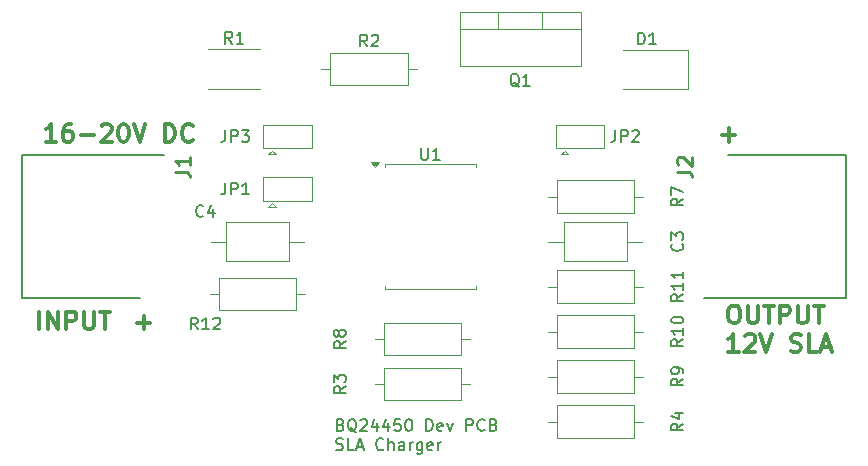
<source format=gbr>
%TF.GenerationSoftware,KiCad,Pcbnew,8.0.0*%
%TF.CreationDate,2024-03-03T11:21:46+11:00*%
%TF.ProjectId,BatteryCharger,42617474-6572-4794-9368-61726765722e,rev?*%
%TF.SameCoordinates,Original*%
%TF.FileFunction,Legend,Top*%
%TF.FilePolarity,Positive*%
%FSLAX46Y46*%
G04 Gerber Fmt 4.6, Leading zero omitted, Abs format (unit mm)*
G04 Created by KiCad (PCBNEW 8.0.0) date 2024-03-03 11:21:46*
%MOMM*%
%LPD*%
G01*
G04 APERTURE LIST*
%ADD10C,0.300000*%
%ADD11C,0.150000*%
%ADD12C,0.254000*%
%ADD13C,0.120000*%
%ADD14C,0.200000*%
G04 APERTURE END LIST*
D10*
X103424510Y-111624400D02*
X104567368Y-111624400D01*
X103995939Y-112195828D02*
X103995939Y-111052971D01*
X95169510Y-112195828D02*
X95169510Y-110695828D01*
X95883796Y-112195828D02*
X95883796Y-110695828D01*
X95883796Y-110695828D02*
X96740939Y-112195828D01*
X96740939Y-112195828D02*
X96740939Y-110695828D01*
X97455225Y-112195828D02*
X97455225Y-110695828D01*
X97455225Y-110695828D02*
X98026654Y-110695828D01*
X98026654Y-110695828D02*
X98169511Y-110767257D01*
X98169511Y-110767257D02*
X98240940Y-110838685D01*
X98240940Y-110838685D02*
X98312368Y-110981542D01*
X98312368Y-110981542D02*
X98312368Y-111195828D01*
X98312368Y-111195828D02*
X98240940Y-111338685D01*
X98240940Y-111338685D02*
X98169511Y-111410114D01*
X98169511Y-111410114D02*
X98026654Y-111481542D01*
X98026654Y-111481542D02*
X97455225Y-111481542D01*
X98955225Y-110695828D02*
X98955225Y-111910114D01*
X98955225Y-111910114D02*
X99026654Y-112052971D01*
X99026654Y-112052971D02*
X99098083Y-112124400D01*
X99098083Y-112124400D02*
X99240940Y-112195828D01*
X99240940Y-112195828D02*
X99526654Y-112195828D01*
X99526654Y-112195828D02*
X99669511Y-112124400D01*
X99669511Y-112124400D02*
X99740940Y-112052971D01*
X99740940Y-112052971D02*
X99812368Y-111910114D01*
X99812368Y-111910114D02*
X99812368Y-110695828D01*
X100312369Y-110695828D02*
X101169512Y-110695828D01*
X100740940Y-112195828D02*
X100740940Y-110695828D01*
X152954510Y-95749400D02*
X154097368Y-95749400D01*
X153525939Y-96320828D02*
X153525939Y-95177971D01*
D11*
X120685112Y-120291065D02*
X120827969Y-120338684D01*
X120827969Y-120338684D02*
X120875588Y-120386303D01*
X120875588Y-120386303D02*
X120923207Y-120481541D01*
X120923207Y-120481541D02*
X120923207Y-120624398D01*
X120923207Y-120624398D02*
X120875588Y-120719636D01*
X120875588Y-120719636D02*
X120827969Y-120767256D01*
X120827969Y-120767256D02*
X120732731Y-120814875D01*
X120732731Y-120814875D02*
X120351779Y-120814875D01*
X120351779Y-120814875D02*
X120351779Y-119814875D01*
X120351779Y-119814875D02*
X120685112Y-119814875D01*
X120685112Y-119814875D02*
X120780350Y-119862494D01*
X120780350Y-119862494D02*
X120827969Y-119910113D01*
X120827969Y-119910113D02*
X120875588Y-120005351D01*
X120875588Y-120005351D02*
X120875588Y-120100589D01*
X120875588Y-120100589D02*
X120827969Y-120195827D01*
X120827969Y-120195827D02*
X120780350Y-120243446D01*
X120780350Y-120243446D02*
X120685112Y-120291065D01*
X120685112Y-120291065D02*
X120351779Y-120291065D01*
X122018445Y-120910113D02*
X121923207Y-120862494D01*
X121923207Y-120862494D02*
X121827969Y-120767256D01*
X121827969Y-120767256D02*
X121685112Y-120624398D01*
X121685112Y-120624398D02*
X121589874Y-120576779D01*
X121589874Y-120576779D02*
X121494636Y-120576779D01*
X121542255Y-120814875D02*
X121447017Y-120767256D01*
X121447017Y-120767256D02*
X121351779Y-120672017D01*
X121351779Y-120672017D02*
X121304160Y-120481541D01*
X121304160Y-120481541D02*
X121304160Y-120148208D01*
X121304160Y-120148208D02*
X121351779Y-119957732D01*
X121351779Y-119957732D02*
X121447017Y-119862494D01*
X121447017Y-119862494D02*
X121542255Y-119814875D01*
X121542255Y-119814875D02*
X121732731Y-119814875D01*
X121732731Y-119814875D02*
X121827969Y-119862494D01*
X121827969Y-119862494D02*
X121923207Y-119957732D01*
X121923207Y-119957732D02*
X121970826Y-120148208D01*
X121970826Y-120148208D02*
X121970826Y-120481541D01*
X121970826Y-120481541D02*
X121923207Y-120672017D01*
X121923207Y-120672017D02*
X121827969Y-120767256D01*
X121827969Y-120767256D02*
X121732731Y-120814875D01*
X121732731Y-120814875D02*
X121542255Y-120814875D01*
X122351779Y-119910113D02*
X122399398Y-119862494D01*
X122399398Y-119862494D02*
X122494636Y-119814875D01*
X122494636Y-119814875D02*
X122732731Y-119814875D01*
X122732731Y-119814875D02*
X122827969Y-119862494D01*
X122827969Y-119862494D02*
X122875588Y-119910113D01*
X122875588Y-119910113D02*
X122923207Y-120005351D01*
X122923207Y-120005351D02*
X122923207Y-120100589D01*
X122923207Y-120100589D02*
X122875588Y-120243446D01*
X122875588Y-120243446D02*
X122304160Y-120814875D01*
X122304160Y-120814875D02*
X122923207Y-120814875D01*
X123780350Y-120148208D02*
X123780350Y-120814875D01*
X123542255Y-119767256D02*
X123304160Y-120481541D01*
X123304160Y-120481541D02*
X123923207Y-120481541D01*
X124732731Y-120148208D02*
X124732731Y-120814875D01*
X124494636Y-119767256D02*
X124256541Y-120481541D01*
X124256541Y-120481541D02*
X124875588Y-120481541D01*
X125732731Y-119814875D02*
X125256541Y-119814875D01*
X125256541Y-119814875D02*
X125208922Y-120291065D01*
X125208922Y-120291065D02*
X125256541Y-120243446D01*
X125256541Y-120243446D02*
X125351779Y-120195827D01*
X125351779Y-120195827D02*
X125589874Y-120195827D01*
X125589874Y-120195827D02*
X125685112Y-120243446D01*
X125685112Y-120243446D02*
X125732731Y-120291065D01*
X125732731Y-120291065D02*
X125780350Y-120386303D01*
X125780350Y-120386303D02*
X125780350Y-120624398D01*
X125780350Y-120624398D02*
X125732731Y-120719636D01*
X125732731Y-120719636D02*
X125685112Y-120767256D01*
X125685112Y-120767256D02*
X125589874Y-120814875D01*
X125589874Y-120814875D02*
X125351779Y-120814875D01*
X125351779Y-120814875D02*
X125256541Y-120767256D01*
X125256541Y-120767256D02*
X125208922Y-120719636D01*
X126399398Y-119814875D02*
X126494636Y-119814875D01*
X126494636Y-119814875D02*
X126589874Y-119862494D01*
X126589874Y-119862494D02*
X126637493Y-119910113D01*
X126637493Y-119910113D02*
X126685112Y-120005351D01*
X126685112Y-120005351D02*
X126732731Y-120195827D01*
X126732731Y-120195827D02*
X126732731Y-120433922D01*
X126732731Y-120433922D02*
X126685112Y-120624398D01*
X126685112Y-120624398D02*
X126637493Y-120719636D01*
X126637493Y-120719636D02*
X126589874Y-120767256D01*
X126589874Y-120767256D02*
X126494636Y-120814875D01*
X126494636Y-120814875D02*
X126399398Y-120814875D01*
X126399398Y-120814875D02*
X126304160Y-120767256D01*
X126304160Y-120767256D02*
X126256541Y-120719636D01*
X126256541Y-120719636D02*
X126208922Y-120624398D01*
X126208922Y-120624398D02*
X126161303Y-120433922D01*
X126161303Y-120433922D02*
X126161303Y-120195827D01*
X126161303Y-120195827D02*
X126208922Y-120005351D01*
X126208922Y-120005351D02*
X126256541Y-119910113D01*
X126256541Y-119910113D02*
X126304160Y-119862494D01*
X126304160Y-119862494D02*
X126399398Y-119814875D01*
X127923208Y-120814875D02*
X127923208Y-119814875D01*
X127923208Y-119814875D02*
X128161303Y-119814875D01*
X128161303Y-119814875D02*
X128304160Y-119862494D01*
X128304160Y-119862494D02*
X128399398Y-119957732D01*
X128399398Y-119957732D02*
X128447017Y-120052970D01*
X128447017Y-120052970D02*
X128494636Y-120243446D01*
X128494636Y-120243446D02*
X128494636Y-120386303D01*
X128494636Y-120386303D02*
X128447017Y-120576779D01*
X128447017Y-120576779D02*
X128399398Y-120672017D01*
X128399398Y-120672017D02*
X128304160Y-120767256D01*
X128304160Y-120767256D02*
X128161303Y-120814875D01*
X128161303Y-120814875D02*
X127923208Y-120814875D01*
X129304160Y-120767256D02*
X129208922Y-120814875D01*
X129208922Y-120814875D02*
X129018446Y-120814875D01*
X129018446Y-120814875D02*
X128923208Y-120767256D01*
X128923208Y-120767256D02*
X128875589Y-120672017D01*
X128875589Y-120672017D02*
X128875589Y-120291065D01*
X128875589Y-120291065D02*
X128923208Y-120195827D01*
X128923208Y-120195827D02*
X129018446Y-120148208D01*
X129018446Y-120148208D02*
X129208922Y-120148208D01*
X129208922Y-120148208D02*
X129304160Y-120195827D01*
X129304160Y-120195827D02*
X129351779Y-120291065D01*
X129351779Y-120291065D02*
X129351779Y-120386303D01*
X129351779Y-120386303D02*
X128875589Y-120481541D01*
X129685113Y-120148208D02*
X129923208Y-120814875D01*
X129923208Y-120814875D02*
X130161303Y-120148208D01*
X131304161Y-120814875D02*
X131304161Y-119814875D01*
X131304161Y-119814875D02*
X131685113Y-119814875D01*
X131685113Y-119814875D02*
X131780351Y-119862494D01*
X131780351Y-119862494D02*
X131827970Y-119910113D01*
X131827970Y-119910113D02*
X131875589Y-120005351D01*
X131875589Y-120005351D02*
X131875589Y-120148208D01*
X131875589Y-120148208D02*
X131827970Y-120243446D01*
X131827970Y-120243446D02*
X131780351Y-120291065D01*
X131780351Y-120291065D02*
X131685113Y-120338684D01*
X131685113Y-120338684D02*
X131304161Y-120338684D01*
X132875589Y-120719636D02*
X132827970Y-120767256D01*
X132827970Y-120767256D02*
X132685113Y-120814875D01*
X132685113Y-120814875D02*
X132589875Y-120814875D01*
X132589875Y-120814875D02*
X132447018Y-120767256D01*
X132447018Y-120767256D02*
X132351780Y-120672017D01*
X132351780Y-120672017D02*
X132304161Y-120576779D01*
X132304161Y-120576779D02*
X132256542Y-120386303D01*
X132256542Y-120386303D02*
X132256542Y-120243446D01*
X132256542Y-120243446D02*
X132304161Y-120052970D01*
X132304161Y-120052970D02*
X132351780Y-119957732D01*
X132351780Y-119957732D02*
X132447018Y-119862494D01*
X132447018Y-119862494D02*
X132589875Y-119814875D01*
X132589875Y-119814875D02*
X132685113Y-119814875D01*
X132685113Y-119814875D02*
X132827970Y-119862494D01*
X132827970Y-119862494D02*
X132875589Y-119910113D01*
X133637494Y-120291065D02*
X133780351Y-120338684D01*
X133780351Y-120338684D02*
X133827970Y-120386303D01*
X133827970Y-120386303D02*
X133875589Y-120481541D01*
X133875589Y-120481541D02*
X133875589Y-120624398D01*
X133875589Y-120624398D02*
X133827970Y-120719636D01*
X133827970Y-120719636D02*
X133780351Y-120767256D01*
X133780351Y-120767256D02*
X133685113Y-120814875D01*
X133685113Y-120814875D02*
X133304161Y-120814875D01*
X133304161Y-120814875D02*
X133304161Y-119814875D01*
X133304161Y-119814875D02*
X133637494Y-119814875D01*
X133637494Y-119814875D02*
X133732732Y-119862494D01*
X133732732Y-119862494D02*
X133780351Y-119910113D01*
X133780351Y-119910113D02*
X133827970Y-120005351D01*
X133827970Y-120005351D02*
X133827970Y-120100589D01*
X133827970Y-120100589D02*
X133780351Y-120195827D01*
X133780351Y-120195827D02*
X133732732Y-120243446D01*
X133732732Y-120243446D02*
X133637494Y-120291065D01*
X133637494Y-120291065D02*
X133304161Y-120291065D01*
X120304160Y-122377200D02*
X120447017Y-122424819D01*
X120447017Y-122424819D02*
X120685112Y-122424819D01*
X120685112Y-122424819D02*
X120780350Y-122377200D01*
X120780350Y-122377200D02*
X120827969Y-122329580D01*
X120827969Y-122329580D02*
X120875588Y-122234342D01*
X120875588Y-122234342D02*
X120875588Y-122139104D01*
X120875588Y-122139104D02*
X120827969Y-122043866D01*
X120827969Y-122043866D02*
X120780350Y-121996247D01*
X120780350Y-121996247D02*
X120685112Y-121948628D01*
X120685112Y-121948628D02*
X120494636Y-121901009D01*
X120494636Y-121901009D02*
X120399398Y-121853390D01*
X120399398Y-121853390D02*
X120351779Y-121805771D01*
X120351779Y-121805771D02*
X120304160Y-121710533D01*
X120304160Y-121710533D02*
X120304160Y-121615295D01*
X120304160Y-121615295D02*
X120351779Y-121520057D01*
X120351779Y-121520057D02*
X120399398Y-121472438D01*
X120399398Y-121472438D02*
X120494636Y-121424819D01*
X120494636Y-121424819D02*
X120732731Y-121424819D01*
X120732731Y-121424819D02*
X120875588Y-121472438D01*
X121780350Y-122424819D02*
X121304160Y-122424819D01*
X121304160Y-122424819D02*
X121304160Y-121424819D01*
X122066065Y-122139104D02*
X122542255Y-122139104D01*
X121970827Y-122424819D02*
X122304160Y-121424819D01*
X122304160Y-121424819D02*
X122637493Y-122424819D01*
X124304160Y-122329580D02*
X124256541Y-122377200D01*
X124256541Y-122377200D02*
X124113684Y-122424819D01*
X124113684Y-122424819D02*
X124018446Y-122424819D01*
X124018446Y-122424819D02*
X123875589Y-122377200D01*
X123875589Y-122377200D02*
X123780351Y-122281961D01*
X123780351Y-122281961D02*
X123732732Y-122186723D01*
X123732732Y-122186723D02*
X123685113Y-121996247D01*
X123685113Y-121996247D02*
X123685113Y-121853390D01*
X123685113Y-121853390D02*
X123732732Y-121662914D01*
X123732732Y-121662914D02*
X123780351Y-121567676D01*
X123780351Y-121567676D02*
X123875589Y-121472438D01*
X123875589Y-121472438D02*
X124018446Y-121424819D01*
X124018446Y-121424819D02*
X124113684Y-121424819D01*
X124113684Y-121424819D02*
X124256541Y-121472438D01*
X124256541Y-121472438D02*
X124304160Y-121520057D01*
X124732732Y-122424819D02*
X124732732Y-121424819D01*
X125161303Y-122424819D02*
X125161303Y-121901009D01*
X125161303Y-121901009D02*
X125113684Y-121805771D01*
X125113684Y-121805771D02*
X125018446Y-121758152D01*
X125018446Y-121758152D02*
X124875589Y-121758152D01*
X124875589Y-121758152D02*
X124780351Y-121805771D01*
X124780351Y-121805771D02*
X124732732Y-121853390D01*
X126066065Y-122424819D02*
X126066065Y-121901009D01*
X126066065Y-121901009D02*
X126018446Y-121805771D01*
X126018446Y-121805771D02*
X125923208Y-121758152D01*
X125923208Y-121758152D02*
X125732732Y-121758152D01*
X125732732Y-121758152D02*
X125637494Y-121805771D01*
X126066065Y-122377200D02*
X125970827Y-122424819D01*
X125970827Y-122424819D02*
X125732732Y-122424819D01*
X125732732Y-122424819D02*
X125637494Y-122377200D01*
X125637494Y-122377200D02*
X125589875Y-122281961D01*
X125589875Y-122281961D02*
X125589875Y-122186723D01*
X125589875Y-122186723D02*
X125637494Y-122091485D01*
X125637494Y-122091485D02*
X125732732Y-122043866D01*
X125732732Y-122043866D02*
X125970827Y-122043866D01*
X125970827Y-122043866D02*
X126066065Y-121996247D01*
X126542256Y-122424819D02*
X126542256Y-121758152D01*
X126542256Y-121948628D02*
X126589875Y-121853390D01*
X126589875Y-121853390D02*
X126637494Y-121805771D01*
X126637494Y-121805771D02*
X126732732Y-121758152D01*
X126732732Y-121758152D02*
X126827970Y-121758152D01*
X127589875Y-121758152D02*
X127589875Y-122567676D01*
X127589875Y-122567676D02*
X127542256Y-122662914D01*
X127542256Y-122662914D02*
X127494637Y-122710533D01*
X127494637Y-122710533D02*
X127399399Y-122758152D01*
X127399399Y-122758152D02*
X127256542Y-122758152D01*
X127256542Y-122758152D02*
X127161304Y-122710533D01*
X127589875Y-122377200D02*
X127494637Y-122424819D01*
X127494637Y-122424819D02*
X127304161Y-122424819D01*
X127304161Y-122424819D02*
X127208923Y-122377200D01*
X127208923Y-122377200D02*
X127161304Y-122329580D01*
X127161304Y-122329580D02*
X127113685Y-122234342D01*
X127113685Y-122234342D02*
X127113685Y-121948628D01*
X127113685Y-121948628D02*
X127161304Y-121853390D01*
X127161304Y-121853390D02*
X127208923Y-121805771D01*
X127208923Y-121805771D02*
X127304161Y-121758152D01*
X127304161Y-121758152D02*
X127494637Y-121758152D01*
X127494637Y-121758152D02*
X127589875Y-121805771D01*
X128447018Y-122377200D02*
X128351780Y-122424819D01*
X128351780Y-122424819D02*
X128161304Y-122424819D01*
X128161304Y-122424819D02*
X128066066Y-122377200D01*
X128066066Y-122377200D02*
X128018447Y-122281961D01*
X128018447Y-122281961D02*
X128018447Y-121901009D01*
X128018447Y-121901009D02*
X128066066Y-121805771D01*
X128066066Y-121805771D02*
X128161304Y-121758152D01*
X128161304Y-121758152D02*
X128351780Y-121758152D01*
X128351780Y-121758152D02*
X128447018Y-121805771D01*
X128447018Y-121805771D02*
X128494637Y-121901009D01*
X128494637Y-121901009D02*
X128494637Y-121996247D01*
X128494637Y-121996247D02*
X128018447Y-122091485D01*
X128923209Y-122424819D02*
X128923209Y-121758152D01*
X128923209Y-121948628D02*
X128970828Y-121853390D01*
X128970828Y-121853390D02*
X129018447Y-121805771D01*
X129018447Y-121805771D02*
X129113685Y-121758152D01*
X129113685Y-121758152D02*
X129208923Y-121758152D01*
D10*
X96590225Y-96320828D02*
X95733082Y-96320828D01*
X96161653Y-96320828D02*
X96161653Y-94820828D01*
X96161653Y-94820828D02*
X96018796Y-95035114D01*
X96018796Y-95035114D02*
X95875939Y-95177971D01*
X95875939Y-95177971D02*
X95733082Y-95249400D01*
X97875939Y-94820828D02*
X97590224Y-94820828D01*
X97590224Y-94820828D02*
X97447367Y-94892257D01*
X97447367Y-94892257D02*
X97375939Y-94963685D01*
X97375939Y-94963685D02*
X97233081Y-95177971D01*
X97233081Y-95177971D02*
X97161653Y-95463685D01*
X97161653Y-95463685D02*
X97161653Y-96035114D01*
X97161653Y-96035114D02*
X97233081Y-96177971D01*
X97233081Y-96177971D02*
X97304510Y-96249400D01*
X97304510Y-96249400D02*
X97447367Y-96320828D01*
X97447367Y-96320828D02*
X97733081Y-96320828D01*
X97733081Y-96320828D02*
X97875939Y-96249400D01*
X97875939Y-96249400D02*
X97947367Y-96177971D01*
X97947367Y-96177971D02*
X98018796Y-96035114D01*
X98018796Y-96035114D02*
X98018796Y-95677971D01*
X98018796Y-95677971D02*
X97947367Y-95535114D01*
X97947367Y-95535114D02*
X97875939Y-95463685D01*
X97875939Y-95463685D02*
X97733081Y-95392257D01*
X97733081Y-95392257D02*
X97447367Y-95392257D01*
X97447367Y-95392257D02*
X97304510Y-95463685D01*
X97304510Y-95463685D02*
X97233081Y-95535114D01*
X97233081Y-95535114D02*
X97161653Y-95677971D01*
X98661652Y-95749400D02*
X99804510Y-95749400D01*
X100447367Y-94963685D02*
X100518795Y-94892257D01*
X100518795Y-94892257D02*
X100661653Y-94820828D01*
X100661653Y-94820828D02*
X101018795Y-94820828D01*
X101018795Y-94820828D02*
X101161653Y-94892257D01*
X101161653Y-94892257D02*
X101233081Y-94963685D01*
X101233081Y-94963685D02*
X101304510Y-95106542D01*
X101304510Y-95106542D02*
X101304510Y-95249400D01*
X101304510Y-95249400D02*
X101233081Y-95463685D01*
X101233081Y-95463685D02*
X100375938Y-96320828D01*
X100375938Y-96320828D02*
X101304510Y-96320828D01*
X102233081Y-94820828D02*
X102375938Y-94820828D01*
X102375938Y-94820828D02*
X102518795Y-94892257D01*
X102518795Y-94892257D02*
X102590224Y-94963685D01*
X102590224Y-94963685D02*
X102661652Y-95106542D01*
X102661652Y-95106542D02*
X102733081Y-95392257D01*
X102733081Y-95392257D02*
X102733081Y-95749400D01*
X102733081Y-95749400D02*
X102661652Y-96035114D01*
X102661652Y-96035114D02*
X102590224Y-96177971D01*
X102590224Y-96177971D02*
X102518795Y-96249400D01*
X102518795Y-96249400D02*
X102375938Y-96320828D01*
X102375938Y-96320828D02*
X102233081Y-96320828D01*
X102233081Y-96320828D02*
X102090224Y-96249400D01*
X102090224Y-96249400D02*
X102018795Y-96177971D01*
X102018795Y-96177971D02*
X101947366Y-96035114D01*
X101947366Y-96035114D02*
X101875938Y-95749400D01*
X101875938Y-95749400D02*
X101875938Y-95392257D01*
X101875938Y-95392257D02*
X101947366Y-95106542D01*
X101947366Y-95106542D02*
X102018795Y-94963685D01*
X102018795Y-94963685D02*
X102090224Y-94892257D01*
X102090224Y-94892257D02*
X102233081Y-94820828D01*
X103161652Y-94820828D02*
X103661652Y-96320828D01*
X103661652Y-96320828D02*
X104161652Y-94820828D01*
X105804508Y-96320828D02*
X105804508Y-94820828D01*
X105804508Y-94820828D02*
X106161651Y-94820828D01*
X106161651Y-94820828D02*
X106375937Y-94892257D01*
X106375937Y-94892257D02*
X106518794Y-95035114D01*
X106518794Y-95035114D02*
X106590223Y-95177971D01*
X106590223Y-95177971D02*
X106661651Y-95463685D01*
X106661651Y-95463685D02*
X106661651Y-95677971D01*
X106661651Y-95677971D02*
X106590223Y-95963685D01*
X106590223Y-95963685D02*
X106518794Y-96106542D01*
X106518794Y-96106542D02*
X106375937Y-96249400D01*
X106375937Y-96249400D02*
X106161651Y-96320828D01*
X106161651Y-96320828D02*
X105804508Y-96320828D01*
X108161651Y-96177971D02*
X108090223Y-96249400D01*
X108090223Y-96249400D02*
X107875937Y-96320828D01*
X107875937Y-96320828D02*
X107733080Y-96320828D01*
X107733080Y-96320828D02*
X107518794Y-96249400D01*
X107518794Y-96249400D02*
X107375937Y-96106542D01*
X107375937Y-96106542D02*
X107304508Y-95963685D01*
X107304508Y-95963685D02*
X107233080Y-95677971D01*
X107233080Y-95677971D02*
X107233080Y-95463685D01*
X107233080Y-95463685D02*
X107304508Y-95177971D01*
X107304508Y-95177971D02*
X107375937Y-95035114D01*
X107375937Y-95035114D02*
X107518794Y-94892257D01*
X107518794Y-94892257D02*
X107733080Y-94820828D01*
X107733080Y-94820828D02*
X107875937Y-94820828D01*
X107875937Y-94820828D02*
X108090223Y-94892257D01*
X108090223Y-94892257D02*
X108161651Y-94963685D01*
X153875225Y-110185912D02*
X154160939Y-110185912D01*
X154160939Y-110185912D02*
X154303796Y-110257341D01*
X154303796Y-110257341D02*
X154446653Y-110400198D01*
X154446653Y-110400198D02*
X154518082Y-110685912D01*
X154518082Y-110685912D02*
X154518082Y-111185912D01*
X154518082Y-111185912D02*
X154446653Y-111471626D01*
X154446653Y-111471626D02*
X154303796Y-111614484D01*
X154303796Y-111614484D02*
X154160939Y-111685912D01*
X154160939Y-111685912D02*
X153875225Y-111685912D01*
X153875225Y-111685912D02*
X153732368Y-111614484D01*
X153732368Y-111614484D02*
X153589510Y-111471626D01*
X153589510Y-111471626D02*
X153518082Y-111185912D01*
X153518082Y-111185912D02*
X153518082Y-110685912D01*
X153518082Y-110685912D02*
X153589510Y-110400198D01*
X153589510Y-110400198D02*
X153732368Y-110257341D01*
X153732368Y-110257341D02*
X153875225Y-110185912D01*
X155160939Y-110185912D02*
X155160939Y-111400198D01*
X155160939Y-111400198D02*
X155232368Y-111543055D01*
X155232368Y-111543055D02*
X155303797Y-111614484D01*
X155303797Y-111614484D02*
X155446654Y-111685912D01*
X155446654Y-111685912D02*
X155732368Y-111685912D01*
X155732368Y-111685912D02*
X155875225Y-111614484D01*
X155875225Y-111614484D02*
X155946654Y-111543055D01*
X155946654Y-111543055D02*
X156018082Y-111400198D01*
X156018082Y-111400198D02*
X156018082Y-110185912D01*
X156518083Y-110185912D02*
X157375226Y-110185912D01*
X156946654Y-111685912D02*
X156946654Y-110185912D01*
X157875225Y-111685912D02*
X157875225Y-110185912D01*
X157875225Y-110185912D02*
X158446654Y-110185912D01*
X158446654Y-110185912D02*
X158589511Y-110257341D01*
X158589511Y-110257341D02*
X158660940Y-110328769D01*
X158660940Y-110328769D02*
X158732368Y-110471626D01*
X158732368Y-110471626D02*
X158732368Y-110685912D01*
X158732368Y-110685912D02*
X158660940Y-110828769D01*
X158660940Y-110828769D02*
X158589511Y-110900198D01*
X158589511Y-110900198D02*
X158446654Y-110971626D01*
X158446654Y-110971626D02*
X157875225Y-110971626D01*
X159375225Y-110185912D02*
X159375225Y-111400198D01*
X159375225Y-111400198D02*
X159446654Y-111543055D01*
X159446654Y-111543055D02*
X159518083Y-111614484D01*
X159518083Y-111614484D02*
X159660940Y-111685912D01*
X159660940Y-111685912D02*
X159946654Y-111685912D01*
X159946654Y-111685912D02*
X160089511Y-111614484D01*
X160089511Y-111614484D02*
X160160940Y-111543055D01*
X160160940Y-111543055D02*
X160232368Y-111400198D01*
X160232368Y-111400198D02*
X160232368Y-110185912D01*
X160732369Y-110185912D02*
X161589512Y-110185912D01*
X161160940Y-111685912D02*
X161160940Y-110185912D01*
X154375225Y-114100828D02*
X153518082Y-114100828D01*
X153946653Y-114100828D02*
X153946653Y-112600828D01*
X153946653Y-112600828D02*
X153803796Y-112815114D01*
X153803796Y-112815114D02*
X153660939Y-112957971D01*
X153660939Y-112957971D02*
X153518082Y-113029400D01*
X154946653Y-112743685D02*
X155018081Y-112672257D01*
X155018081Y-112672257D02*
X155160939Y-112600828D01*
X155160939Y-112600828D02*
X155518081Y-112600828D01*
X155518081Y-112600828D02*
X155660939Y-112672257D01*
X155660939Y-112672257D02*
X155732367Y-112743685D01*
X155732367Y-112743685D02*
X155803796Y-112886542D01*
X155803796Y-112886542D02*
X155803796Y-113029400D01*
X155803796Y-113029400D02*
X155732367Y-113243685D01*
X155732367Y-113243685D02*
X154875224Y-114100828D01*
X154875224Y-114100828D02*
X155803796Y-114100828D01*
X156232367Y-112600828D02*
X156732367Y-114100828D01*
X156732367Y-114100828D02*
X157232367Y-112600828D01*
X158803795Y-114029400D02*
X159018081Y-114100828D01*
X159018081Y-114100828D02*
X159375223Y-114100828D01*
X159375223Y-114100828D02*
X159518081Y-114029400D01*
X159518081Y-114029400D02*
X159589509Y-113957971D01*
X159589509Y-113957971D02*
X159660938Y-113815114D01*
X159660938Y-113815114D02*
X159660938Y-113672257D01*
X159660938Y-113672257D02*
X159589509Y-113529400D01*
X159589509Y-113529400D02*
X159518081Y-113457971D01*
X159518081Y-113457971D02*
X159375223Y-113386542D01*
X159375223Y-113386542D02*
X159089509Y-113315114D01*
X159089509Y-113315114D02*
X158946652Y-113243685D01*
X158946652Y-113243685D02*
X158875223Y-113172257D01*
X158875223Y-113172257D02*
X158803795Y-113029400D01*
X158803795Y-113029400D02*
X158803795Y-112886542D01*
X158803795Y-112886542D02*
X158875223Y-112743685D01*
X158875223Y-112743685D02*
X158946652Y-112672257D01*
X158946652Y-112672257D02*
X159089509Y-112600828D01*
X159089509Y-112600828D02*
X159446652Y-112600828D01*
X159446652Y-112600828D02*
X159660938Y-112672257D01*
X161018080Y-114100828D02*
X160303794Y-114100828D01*
X160303794Y-114100828D02*
X160303794Y-112600828D01*
X161446652Y-113672257D02*
X162160938Y-113672257D01*
X161303795Y-114100828D02*
X161803795Y-112600828D01*
X161803795Y-112600828D02*
X162303795Y-114100828D01*
D11*
X145851905Y-88084819D02*
X145851905Y-87084819D01*
X145851905Y-87084819D02*
X146090000Y-87084819D01*
X146090000Y-87084819D02*
X146232857Y-87132438D01*
X146232857Y-87132438D02*
X146328095Y-87227676D01*
X146328095Y-87227676D02*
X146375714Y-87322914D01*
X146375714Y-87322914D02*
X146423333Y-87513390D01*
X146423333Y-87513390D02*
X146423333Y-87656247D01*
X146423333Y-87656247D02*
X146375714Y-87846723D01*
X146375714Y-87846723D02*
X146328095Y-87941961D01*
X146328095Y-87941961D02*
X146232857Y-88037200D01*
X146232857Y-88037200D02*
X146090000Y-88084819D01*
X146090000Y-88084819D02*
X145851905Y-88084819D01*
X147375714Y-88084819D02*
X146804286Y-88084819D01*
X147090000Y-88084819D02*
X147090000Y-87084819D01*
X147090000Y-87084819D02*
X146994762Y-87227676D01*
X146994762Y-87227676D02*
X146899524Y-87322914D01*
X146899524Y-87322914D02*
X146804286Y-87370533D01*
D12*
X149164318Y-98848332D02*
X150071461Y-98848332D01*
X150071461Y-98848332D02*
X150252889Y-98908809D01*
X150252889Y-98908809D02*
X150373842Y-99029761D01*
X150373842Y-99029761D02*
X150434318Y-99211190D01*
X150434318Y-99211190D02*
X150434318Y-99332142D01*
X149285270Y-98304047D02*
X149224794Y-98243571D01*
X149224794Y-98243571D02*
X149164318Y-98122618D01*
X149164318Y-98122618D02*
X149164318Y-97820237D01*
X149164318Y-97820237D02*
X149224794Y-97699285D01*
X149224794Y-97699285D02*
X149285270Y-97638809D01*
X149285270Y-97638809D02*
X149406222Y-97578332D01*
X149406222Y-97578332D02*
X149527175Y-97578332D01*
X149527175Y-97578332D02*
X149708603Y-97638809D01*
X149708603Y-97638809D02*
X150434318Y-98364523D01*
X150434318Y-98364523D02*
X150434318Y-97578332D01*
D11*
X109053333Y-102594580D02*
X109005714Y-102642200D01*
X109005714Y-102642200D02*
X108862857Y-102689819D01*
X108862857Y-102689819D02*
X108767619Y-102689819D01*
X108767619Y-102689819D02*
X108624762Y-102642200D01*
X108624762Y-102642200D02*
X108529524Y-102546961D01*
X108529524Y-102546961D02*
X108481905Y-102451723D01*
X108481905Y-102451723D02*
X108434286Y-102261247D01*
X108434286Y-102261247D02*
X108434286Y-102118390D01*
X108434286Y-102118390D02*
X108481905Y-101927914D01*
X108481905Y-101927914D02*
X108529524Y-101832676D01*
X108529524Y-101832676D02*
X108624762Y-101737438D01*
X108624762Y-101737438D02*
X108767619Y-101689819D01*
X108767619Y-101689819D02*
X108862857Y-101689819D01*
X108862857Y-101689819D02*
X109005714Y-101737438D01*
X109005714Y-101737438D02*
X109053333Y-101785057D01*
X109910476Y-102023152D02*
X109910476Y-102689819D01*
X109672381Y-101642200D02*
X109434286Y-102356485D01*
X109434286Y-102356485D02*
X110053333Y-102356485D01*
X149584580Y-104941666D02*
X149632200Y-104989285D01*
X149632200Y-104989285D02*
X149679819Y-105132142D01*
X149679819Y-105132142D02*
X149679819Y-105227380D01*
X149679819Y-105227380D02*
X149632200Y-105370237D01*
X149632200Y-105370237D02*
X149536961Y-105465475D01*
X149536961Y-105465475D02*
X149441723Y-105513094D01*
X149441723Y-105513094D02*
X149251247Y-105560713D01*
X149251247Y-105560713D02*
X149108390Y-105560713D01*
X149108390Y-105560713D02*
X148917914Y-105513094D01*
X148917914Y-105513094D02*
X148822676Y-105465475D01*
X148822676Y-105465475D02*
X148727438Y-105370237D01*
X148727438Y-105370237D02*
X148679819Y-105227380D01*
X148679819Y-105227380D02*
X148679819Y-105132142D01*
X148679819Y-105132142D02*
X148727438Y-104989285D01*
X148727438Y-104989285D02*
X148775057Y-104941666D01*
X148679819Y-104608332D02*
X148679819Y-103989285D01*
X148679819Y-103989285D02*
X149060771Y-104322618D01*
X149060771Y-104322618D02*
X149060771Y-104179761D01*
X149060771Y-104179761D02*
X149108390Y-104084523D01*
X149108390Y-104084523D02*
X149156009Y-104036904D01*
X149156009Y-104036904D02*
X149251247Y-103989285D01*
X149251247Y-103989285D02*
X149489342Y-103989285D01*
X149489342Y-103989285D02*
X149584580Y-104036904D01*
X149584580Y-104036904D02*
X149632200Y-104084523D01*
X149632200Y-104084523D02*
X149679819Y-104179761D01*
X149679819Y-104179761D02*
X149679819Y-104465475D01*
X149679819Y-104465475D02*
X149632200Y-104560713D01*
X149632200Y-104560713D02*
X149584580Y-104608332D01*
X110926666Y-95339819D02*
X110926666Y-96054104D01*
X110926666Y-96054104D02*
X110879047Y-96196961D01*
X110879047Y-96196961D02*
X110783809Y-96292200D01*
X110783809Y-96292200D02*
X110640952Y-96339819D01*
X110640952Y-96339819D02*
X110545714Y-96339819D01*
X111402857Y-96339819D02*
X111402857Y-95339819D01*
X111402857Y-95339819D02*
X111783809Y-95339819D01*
X111783809Y-95339819D02*
X111879047Y-95387438D01*
X111879047Y-95387438D02*
X111926666Y-95435057D01*
X111926666Y-95435057D02*
X111974285Y-95530295D01*
X111974285Y-95530295D02*
X111974285Y-95673152D01*
X111974285Y-95673152D02*
X111926666Y-95768390D01*
X111926666Y-95768390D02*
X111879047Y-95816009D01*
X111879047Y-95816009D02*
X111783809Y-95863628D01*
X111783809Y-95863628D02*
X111402857Y-95863628D01*
X112307619Y-95339819D02*
X112926666Y-95339819D01*
X112926666Y-95339819D02*
X112593333Y-95720771D01*
X112593333Y-95720771D02*
X112736190Y-95720771D01*
X112736190Y-95720771D02*
X112831428Y-95768390D01*
X112831428Y-95768390D02*
X112879047Y-95816009D01*
X112879047Y-95816009D02*
X112926666Y-95911247D01*
X112926666Y-95911247D02*
X112926666Y-96149342D01*
X112926666Y-96149342D02*
X112879047Y-96244580D01*
X112879047Y-96244580D02*
X112831428Y-96292200D01*
X112831428Y-96292200D02*
X112736190Y-96339819D01*
X112736190Y-96339819D02*
X112450476Y-96339819D01*
X112450476Y-96339819D02*
X112355238Y-96292200D01*
X112355238Y-96292200D02*
X112307619Y-96244580D01*
X143946666Y-95339819D02*
X143946666Y-96054104D01*
X143946666Y-96054104D02*
X143899047Y-96196961D01*
X143899047Y-96196961D02*
X143803809Y-96292200D01*
X143803809Y-96292200D02*
X143660952Y-96339819D01*
X143660952Y-96339819D02*
X143565714Y-96339819D01*
X144422857Y-96339819D02*
X144422857Y-95339819D01*
X144422857Y-95339819D02*
X144803809Y-95339819D01*
X144803809Y-95339819D02*
X144899047Y-95387438D01*
X144899047Y-95387438D02*
X144946666Y-95435057D01*
X144946666Y-95435057D02*
X144994285Y-95530295D01*
X144994285Y-95530295D02*
X144994285Y-95673152D01*
X144994285Y-95673152D02*
X144946666Y-95768390D01*
X144946666Y-95768390D02*
X144899047Y-95816009D01*
X144899047Y-95816009D02*
X144803809Y-95863628D01*
X144803809Y-95863628D02*
X144422857Y-95863628D01*
X145375238Y-95435057D02*
X145422857Y-95387438D01*
X145422857Y-95387438D02*
X145518095Y-95339819D01*
X145518095Y-95339819D02*
X145756190Y-95339819D01*
X145756190Y-95339819D02*
X145851428Y-95387438D01*
X145851428Y-95387438D02*
X145899047Y-95435057D01*
X145899047Y-95435057D02*
X145946666Y-95530295D01*
X145946666Y-95530295D02*
X145946666Y-95625533D01*
X145946666Y-95625533D02*
X145899047Y-95768390D01*
X145899047Y-95768390D02*
X145327619Y-96339819D01*
X145327619Y-96339819D02*
X145946666Y-96339819D01*
X149679819Y-101131666D02*
X149203628Y-101464999D01*
X149679819Y-101703094D02*
X148679819Y-101703094D01*
X148679819Y-101703094D02*
X148679819Y-101322142D01*
X148679819Y-101322142D02*
X148727438Y-101226904D01*
X148727438Y-101226904D02*
X148775057Y-101179285D01*
X148775057Y-101179285D02*
X148870295Y-101131666D01*
X148870295Y-101131666D02*
X149013152Y-101131666D01*
X149013152Y-101131666D02*
X149108390Y-101179285D01*
X149108390Y-101179285D02*
X149156009Y-101226904D01*
X149156009Y-101226904D02*
X149203628Y-101322142D01*
X149203628Y-101322142D02*
X149203628Y-101703094D01*
X148679819Y-100798332D02*
X148679819Y-100131666D01*
X148679819Y-100131666D02*
X149679819Y-100560237D01*
X108577142Y-112214819D02*
X108243809Y-111738628D01*
X108005714Y-112214819D02*
X108005714Y-111214819D01*
X108005714Y-111214819D02*
X108386666Y-111214819D01*
X108386666Y-111214819D02*
X108481904Y-111262438D01*
X108481904Y-111262438D02*
X108529523Y-111310057D01*
X108529523Y-111310057D02*
X108577142Y-111405295D01*
X108577142Y-111405295D02*
X108577142Y-111548152D01*
X108577142Y-111548152D02*
X108529523Y-111643390D01*
X108529523Y-111643390D02*
X108481904Y-111691009D01*
X108481904Y-111691009D02*
X108386666Y-111738628D01*
X108386666Y-111738628D02*
X108005714Y-111738628D01*
X109529523Y-112214819D02*
X108958095Y-112214819D01*
X109243809Y-112214819D02*
X109243809Y-111214819D01*
X109243809Y-111214819D02*
X109148571Y-111357676D01*
X109148571Y-111357676D02*
X109053333Y-111452914D01*
X109053333Y-111452914D02*
X108958095Y-111500533D01*
X109910476Y-111310057D02*
X109958095Y-111262438D01*
X109958095Y-111262438D02*
X110053333Y-111214819D01*
X110053333Y-111214819D02*
X110291428Y-111214819D01*
X110291428Y-111214819D02*
X110386666Y-111262438D01*
X110386666Y-111262438D02*
X110434285Y-111310057D01*
X110434285Y-111310057D02*
X110481904Y-111405295D01*
X110481904Y-111405295D02*
X110481904Y-111500533D01*
X110481904Y-111500533D02*
X110434285Y-111643390D01*
X110434285Y-111643390D02*
X109862857Y-112214819D01*
X109862857Y-112214819D02*
X110481904Y-112214819D01*
X110926666Y-99784819D02*
X110926666Y-100499104D01*
X110926666Y-100499104D02*
X110879047Y-100641961D01*
X110879047Y-100641961D02*
X110783809Y-100737200D01*
X110783809Y-100737200D02*
X110640952Y-100784819D01*
X110640952Y-100784819D02*
X110545714Y-100784819D01*
X111402857Y-100784819D02*
X111402857Y-99784819D01*
X111402857Y-99784819D02*
X111783809Y-99784819D01*
X111783809Y-99784819D02*
X111879047Y-99832438D01*
X111879047Y-99832438D02*
X111926666Y-99880057D01*
X111926666Y-99880057D02*
X111974285Y-99975295D01*
X111974285Y-99975295D02*
X111974285Y-100118152D01*
X111974285Y-100118152D02*
X111926666Y-100213390D01*
X111926666Y-100213390D02*
X111879047Y-100261009D01*
X111879047Y-100261009D02*
X111783809Y-100308628D01*
X111783809Y-100308628D02*
X111402857Y-100308628D01*
X112926666Y-100784819D02*
X112355238Y-100784819D01*
X112640952Y-100784819D02*
X112640952Y-99784819D01*
X112640952Y-99784819D02*
X112545714Y-99927676D01*
X112545714Y-99927676D02*
X112450476Y-100022914D01*
X112450476Y-100022914D02*
X112355238Y-100070533D01*
X122928333Y-88254819D02*
X122595000Y-87778628D01*
X122356905Y-88254819D02*
X122356905Y-87254819D01*
X122356905Y-87254819D02*
X122737857Y-87254819D01*
X122737857Y-87254819D02*
X122833095Y-87302438D01*
X122833095Y-87302438D02*
X122880714Y-87350057D01*
X122880714Y-87350057D02*
X122928333Y-87445295D01*
X122928333Y-87445295D02*
X122928333Y-87588152D01*
X122928333Y-87588152D02*
X122880714Y-87683390D01*
X122880714Y-87683390D02*
X122833095Y-87731009D01*
X122833095Y-87731009D02*
X122737857Y-87778628D01*
X122737857Y-87778628D02*
X122356905Y-87778628D01*
X123309286Y-87350057D02*
X123356905Y-87302438D01*
X123356905Y-87302438D02*
X123452143Y-87254819D01*
X123452143Y-87254819D02*
X123690238Y-87254819D01*
X123690238Y-87254819D02*
X123785476Y-87302438D01*
X123785476Y-87302438D02*
X123833095Y-87350057D01*
X123833095Y-87350057D02*
X123880714Y-87445295D01*
X123880714Y-87445295D02*
X123880714Y-87540533D01*
X123880714Y-87540533D02*
X123833095Y-87683390D01*
X123833095Y-87683390D02*
X123261667Y-88254819D01*
X123261667Y-88254819D02*
X123880714Y-88254819D01*
X149679819Y-116371666D02*
X149203628Y-116704999D01*
X149679819Y-116943094D02*
X148679819Y-116943094D01*
X148679819Y-116943094D02*
X148679819Y-116562142D01*
X148679819Y-116562142D02*
X148727438Y-116466904D01*
X148727438Y-116466904D02*
X148775057Y-116419285D01*
X148775057Y-116419285D02*
X148870295Y-116371666D01*
X148870295Y-116371666D02*
X149013152Y-116371666D01*
X149013152Y-116371666D02*
X149108390Y-116419285D01*
X149108390Y-116419285D02*
X149156009Y-116466904D01*
X149156009Y-116466904D02*
X149203628Y-116562142D01*
X149203628Y-116562142D02*
X149203628Y-116943094D01*
X149679819Y-115895475D02*
X149679819Y-115704999D01*
X149679819Y-115704999D02*
X149632200Y-115609761D01*
X149632200Y-115609761D02*
X149584580Y-115562142D01*
X149584580Y-115562142D02*
X149441723Y-115466904D01*
X149441723Y-115466904D02*
X149251247Y-115419285D01*
X149251247Y-115419285D02*
X148870295Y-115419285D01*
X148870295Y-115419285D02*
X148775057Y-115466904D01*
X148775057Y-115466904D02*
X148727438Y-115514523D01*
X148727438Y-115514523D02*
X148679819Y-115609761D01*
X148679819Y-115609761D02*
X148679819Y-115800237D01*
X148679819Y-115800237D02*
X148727438Y-115895475D01*
X148727438Y-115895475D02*
X148775057Y-115943094D01*
X148775057Y-115943094D02*
X148870295Y-115990713D01*
X148870295Y-115990713D02*
X149108390Y-115990713D01*
X149108390Y-115990713D02*
X149203628Y-115943094D01*
X149203628Y-115943094D02*
X149251247Y-115895475D01*
X149251247Y-115895475D02*
X149298866Y-115800237D01*
X149298866Y-115800237D02*
X149298866Y-115609761D01*
X149298866Y-115609761D02*
X149251247Y-115514523D01*
X149251247Y-115514523D02*
X149203628Y-115466904D01*
X149203628Y-115466904D02*
X149108390Y-115419285D01*
D12*
X106619318Y-98848332D02*
X107526461Y-98848332D01*
X107526461Y-98848332D02*
X107707889Y-98908809D01*
X107707889Y-98908809D02*
X107828842Y-99029761D01*
X107828842Y-99029761D02*
X107889318Y-99211190D01*
X107889318Y-99211190D02*
X107889318Y-99332142D01*
X107889318Y-97578332D02*
X107889318Y-98304047D01*
X107889318Y-97941190D02*
X106619318Y-97941190D01*
X106619318Y-97941190D02*
X106800746Y-98062142D01*
X106800746Y-98062142D02*
X106921699Y-98183094D01*
X106921699Y-98183094D02*
X106982175Y-98304047D01*
D11*
X149679819Y-109227857D02*
X149203628Y-109561190D01*
X149679819Y-109799285D02*
X148679819Y-109799285D01*
X148679819Y-109799285D02*
X148679819Y-109418333D01*
X148679819Y-109418333D02*
X148727438Y-109323095D01*
X148727438Y-109323095D02*
X148775057Y-109275476D01*
X148775057Y-109275476D02*
X148870295Y-109227857D01*
X148870295Y-109227857D02*
X149013152Y-109227857D01*
X149013152Y-109227857D02*
X149108390Y-109275476D01*
X149108390Y-109275476D02*
X149156009Y-109323095D01*
X149156009Y-109323095D02*
X149203628Y-109418333D01*
X149203628Y-109418333D02*
X149203628Y-109799285D01*
X149679819Y-108275476D02*
X149679819Y-108846904D01*
X149679819Y-108561190D02*
X148679819Y-108561190D01*
X148679819Y-108561190D02*
X148822676Y-108656428D01*
X148822676Y-108656428D02*
X148917914Y-108751666D01*
X148917914Y-108751666D02*
X148965533Y-108846904D01*
X149679819Y-107323095D02*
X149679819Y-107894523D01*
X149679819Y-107608809D02*
X148679819Y-107608809D01*
X148679819Y-107608809D02*
X148822676Y-107704047D01*
X148822676Y-107704047D02*
X148917914Y-107799285D01*
X148917914Y-107799285D02*
X148965533Y-107894523D01*
X149679819Y-113037857D02*
X149203628Y-113371190D01*
X149679819Y-113609285D02*
X148679819Y-113609285D01*
X148679819Y-113609285D02*
X148679819Y-113228333D01*
X148679819Y-113228333D02*
X148727438Y-113133095D01*
X148727438Y-113133095D02*
X148775057Y-113085476D01*
X148775057Y-113085476D02*
X148870295Y-113037857D01*
X148870295Y-113037857D02*
X149013152Y-113037857D01*
X149013152Y-113037857D02*
X149108390Y-113085476D01*
X149108390Y-113085476D02*
X149156009Y-113133095D01*
X149156009Y-113133095D02*
X149203628Y-113228333D01*
X149203628Y-113228333D02*
X149203628Y-113609285D01*
X149679819Y-112085476D02*
X149679819Y-112656904D01*
X149679819Y-112371190D02*
X148679819Y-112371190D01*
X148679819Y-112371190D02*
X148822676Y-112466428D01*
X148822676Y-112466428D02*
X148917914Y-112561666D01*
X148917914Y-112561666D02*
X148965533Y-112656904D01*
X148679819Y-111466428D02*
X148679819Y-111371190D01*
X148679819Y-111371190D02*
X148727438Y-111275952D01*
X148727438Y-111275952D02*
X148775057Y-111228333D01*
X148775057Y-111228333D02*
X148870295Y-111180714D01*
X148870295Y-111180714D02*
X149060771Y-111133095D01*
X149060771Y-111133095D02*
X149298866Y-111133095D01*
X149298866Y-111133095D02*
X149489342Y-111180714D01*
X149489342Y-111180714D02*
X149584580Y-111228333D01*
X149584580Y-111228333D02*
X149632200Y-111275952D01*
X149632200Y-111275952D02*
X149679819Y-111371190D01*
X149679819Y-111371190D02*
X149679819Y-111466428D01*
X149679819Y-111466428D02*
X149632200Y-111561666D01*
X149632200Y-111561666D02*
X149584580Y-111609285D01*
X149584580Y-111609285D02*
X149489342Y-111656904D01*
X149489342Y-111656904D02*
X149298866Y-111704523D01*
X149298866Y-111704523D02*
X149060771Y-111704523D01*
X149060771Y-111704523D02*
X148870295Y-111656904D01*
X148870295Y-111656904D02*
X148775057Y-111609285D01*
X148775057Y-111609285D02*
X148727438Y-111561666D01*
X148727438Y-111561666D02*
X148679819Y-111466428D01*
X121104819Y-117006666D02*
X120628628Y-117339999D01*
X121104819Y-117578094D02*
X120104819Y-117578094D01*
X120104819Y-117578094D02*
X120104819Y-117197142D01*
X120104819Y-117197142D02*
X120152438Y-117101904D01*
X120152438Y-117101904D02*
X120200057Y-117054285D01*
X120200057Y-117054285D02*
X120295295Y-117006666D01*
X120295295Y-117006666D02*
X120438152Y-117006666D01*
X120438152Y-117006666D02*
X120533390Y-117054285D01*
X120533390Y-117054285D02*
X120581009Y-117101904D01*
X120581009Y-117101904D02*
X120628628Y-117197142D01*
X120628628Y-117197142D02*
X120628628Y-117578094D01*
X120104819Y-116673332D02*
X120104819Y-116054285D01*
X120104819Y-116054285D02*
X120485771Y-116387618D01*
X120485771Y-116387618D02*
X120485771Y-116244761D01*
X120485771Y-116244761D02*
X120533390Y-116149523D01*
X120533390Y-116149523D02*
X120581009Y-116101904D01*
X120581009Y-116101904D02*
X120676247Y-116054285D01*
X120676247Y-116054285D02*
X120914342Y-116054285D01*
X120914342Y-116054285D02*
X121009580Y-116101904D01*
X121009580Y-116101904D02*
X121057200Y-116149523D01*
X121057200Y-116149523D02*
X121104819Y-116244761D01*
X121104819Y-116244761D02*
X121104819Y-116530475D01*
X121104819Y-116530475D02*
X121057200Y-116625713D01*
X121057200Y-116625713D02*
X121009580Y-116673332D01*
X149679819Y-120181666D02*
X149203628Y-120514999D01*
X149679819Y-120753094D02*
X148679819Y-120753094D01*
X148679819Y-120753094D02*
X148679819Y-120372142D01*
X148679819Y-120372142D02*
X148727438Y-120276904D01*
X148727438Y-120276904D02*
X148775057Y-120229285D01*
X148775057Y-120229285D02*
X148870295Y-120181666D01*
X148870295Y-120181666D02*
X149013152Y-120181666D01*
X149013152Y-120181666D02*
X149108390Y-120229285D01*
X149108390Y-120229285D02*
X149156009Y-120276904D01*
X149156009Y-120276904D02*
X149203628Y-120372142D01*
X149203628Y-120372142D02*
X149203628Y-120753094D01*
X149013152Y-119324523D02*
X149679819Y-119324523D01*
X148632200Y-119562618D02*
X149346485Y-119800713D01*
X149346485Y-119800713D02*
X149346485Y-119181666D01*
X127508095Y-96859819D02*
X127508095Y-97669342D01*
X127508095Y-97669342D02*
X127555714Y-97764580D01*
X127555714Y-97764580D02*
X127603333Y-97812200D01*
X127603333Y-97812200D02*
X127698571Y-97859819D01*
X127698571Y-97859819D02*
X127889047Y-97859819D01*
X127889047Y-97859819D02*
X127984285Y-97812200D01*
X127984285Y-97812200D02*
X128031904Y-97764580D01*
X128031904Y-97764580D02*
X128079523Y-97669342D01*
X128079523Y-97669342D02*
X128079523Y-96859819D01*
X129079523Y-97859819D02*
X128508095Y-97859819D01*
X128793809Y-97859819D02*
X128793809Y-96859819D01*
X128793809Y-96859819D02*
X128698571Y-97002676D01*
X128698571Y-97002676D02*
X128603333Y-97097914D01*
X128603333Y-97097914D02*
X128508095Y-97145533D01*
X111498333Y-88004819D02*
X111165000Y-87528628D01*
X110926905Y-88004819D02*
X110926905Y-87004819D01*
X110926905Y-87004819D02*
X111307857Y-87004819D01*
X111307857Y-87004819D02*
X111403095Y-87052438D01*
X111403095Y-87052438D02*
X111450714Y-87100057D01*
X111450714Y-87100057D02*
X111498333Y-87195295D01*
X111498333Y-87195295D02*
X111498333Y-87338152D01*
X111498333Y-87338152D02*
X111450714Y-87433390D01*
X111450714Y-87433390D02*
X111403095Y-87481009D01*
X111403095Y-87481009D02*
X111307857Y-87528628D01*
X111307857Y-87528628D02*
X110926905Y-87528628D01*
X112450714Y-88004819D02*
X111879286Y-88004819D01*
X112165000Y-88004819D02*
X112165000Y-87004819D01*
X112165000Y-87004819D02*
X112069762Y-87147676D01*
X112069762Y-87147676D02*
X111974524Y-87242914D01*
X111974524Y-87242914D02*
X111879286Y-87290533D01*
X121104819Y-113196666D02*
X120628628Y-113529999D01*
X121104819Y-113768094D02*
X120104819Y-113768094D01*
X120104819Y-113768094D02*
X120104819Y-113387142D01*
X120104819Y-113387142D02*
X120152438Y-113291904D01*
X120152438Y-113291904D02*
X120200057Y-113244285D01*
X120200057Y-113244285D02*
X120295295Y-113196666D01*
X120295295Y-113196666D02*
X120438152Y-113196666D01*
X120438152Y-113196666D02*
X120533390Y-113244285D01*
X120533390Y-113244285D02*
X120581009Y-113291904D01*
X120581009Y-113291904D02*
X120628628Y-113387142D01*
X120628628Y-113387142D02*
X120628628Y-113768094D01*
X120533390Y-112625237D02*
X120485771Y-112720475D01*
X120485771Y-112720475D02*
X120438152Y-112768094D01*
X120438152Y-112768094D02*
X120342914Y-112815713D01*
X120342914Y-112815713D02*
X120295295Y-112815713D01*
X120295295Y-112815713D02*
X120200057Y-112768094D01*
X120200057Y-112768094D02*
X120152438Y-112720475D01*
X120152438Y-112720475D02*
X120104819Y-112625237D01*
X120104819Y-112625237D02*
X120104819Y-112434761D01*
X120104819Y-112434761D02*
X120152438Y-112339523D01*
X120152438Y-112339523D02*
X120200057Y-112291904D01*
X120200057Y-112291904D02*
X120295295Y-112244285D01*
X120295295Y-112244285D02*
X120342914Y-112244285D01*
X120342914Y-112244285D02*
X120438152Y-112291904D01*
X120438152Y-112291904D02*
X120485771Y-112339523D01*
X120485771Y-112339523D02*
X120533390Y-112434761D01*
X120533390Y-112434761D02*
X120533390Y-112625237D01*
X120533390Y-112625237D02*
X120581009Y-112720475D01*
X120581009Y-112720475D02*
X120628628Y-112768094D01*
X120628628Y-112768094D02*
X120723866Y-112815713D01*
X120723866Y-112815713D02*
X120914342Y-112815713D01*
X120914342Y-112815713D02*
X121009580Y-112768094D01*
X121009580Y-112768094D02*
X121057200Y-112720475D01*
X121057200Y-112720475D02*
X121104819Y-112625237D01*
X121104819Y-112625237D02*
X121104819Y-112434761D01*
X121104819Y-112434761D02*
X121057200Y-112339523D01*
X121057200Y-112339523D02*
X121009580Y-112291904D01*
X121009580Y-112291904D02*
X120914342Y-112244285D01*
X120914342Y-112244285D02*
X120723866Y-112244285D01*
X120723866Y-112244285D02*
X120628628Y-112291904D01*
X120628628Y-112291904D02*
X120581009Y-112339523D01*
X120581009Y-112339523D02*
X120533390Y-112434761D01*
X135794761Y-91665057D02*
X135699523Y-91617438D01*
X135699523Y-91617438D02*
X135604285Y-91522200D01*
X135604285Y-91522200D02*
X135461428Y-91379342D01*
X135461428Y-91379342D02*
X135366190Y-91331723D01*
X135366190Y-91331723D02*
X135270952Y-91331723D01*
X135318571Y-91569819D02*
X135223333Y-91522200D01*
X135223333Y-91522200D02*
X135128095Y-91426961D01*
X135128095Y-91426961D02*
X135080476Y-91236485D01*
X135080476Y-91236485D02*
X135080476Y-90903152D01*
X135080476Y-90903152D02*
X135128095Y-90712676D01*
X135128095Y-90712676D02*
X135223333Y-90617438D01*
X135223333Y-90617438D02*
X135318571Y-90569819D01*
X135318571Y-90569819D02*
X135509047Y-90569819D01*
X135509047Y-90569819D02*
X135604285Y-90617438D01*
X135604285Y-90617438D02*
X135699523Y-90712676D01*
X135699523Y-90712676D02*
X135747142Y-90903152D01*
X135747142Y-90903152D02*
X135747142Y-91236485D01*
X135747142Y-91236485D02*
X135699523Y-91426961D01*
X135699523Y-91426961D02*
X135604285Y-91522200D01*
X135604285Y-91522200D02*
X135509047Y-91569819D01*
X135509047Y-91569819D02*
X135318571Y-91569819D01*
X136699523Y-91569819D02*
X136128095Y-91569819D01*
X136413809Y-91569819D02*
X136413809Y-90569819D01*
X136413809Y-90569819D02*
X136318571Y-90712676D01*
X136318571Y-90712676D02*
X136223333Y-90807914D01*
X136223333Y-90807914D02*
X136128095Y-90855533D01*
D13*
%TO.C,D1*%
X150100000Y-88520000D02*
X144590000Y-88520000D01*
X150100000Y-91820000D02*
X144590000Y-91820000D01*
X150100000Y-91820000D02*
X150100000Y-88520000D01*
D14*
%TO.C,J2*%
X153480000Y-97425000D02*
X163480000Y-97425000D01*
X163480000Y-97425000D02*
X163480000Y-109585000D01*
X163480000Y-109585000D02*
X151480000Y-109585000D01*
D13*
%TO.C,C4*%
X109705000Y-104775000D02*
X110995000Y-104775000D01*
X110995000Y-103105000D02*
X110995000Y-106445000D01*
X110995000Y-106445000D02*
X116335000Y-106445000D01*
X116335000Y-103105000D02*
X110995000Y-103105000D01*
X116335000Y-106445000D02*
X116335000Y-103105000D01*
X117625000Y-104775000D02*
X116335000Y-104775000D01*
%TO.C,C3*%
X138280000Y-104775000D02*
X139570000Y-104775000D01*
X139570000Y-103105000D02*
X139570000Y-106445000D01*
X139570000Y-106445000D02*
X144910000Y-106445000D01*
X144910000Y-103105000D02*
X139570000Y-103105000D01*
X144910000Y-106445000D02*
X144910000Y-103105000D01*
X146200000Y-104775000D02*
X144910000Y-104775000D01*
%TO.C,JP3*%
X114125000Y-94885000D02*
X118225000Y-94885000D01*
X114125000Y-96885000D02*
X114125000Y-94885000D01*
X114575000Y-97385000D02*
X115175000Y-97385000D01*
X114875000Y-97085000D02*
X114575000Y-97385000D01*
X114875000Y-97085000D02*
X115175000Y-97385000D01*
X118225000Y-94885000D02*
X118225000Y-96885000D01*
X118225000Y-96885000D02*
X114125000Y-96885000D01*
%TO.C,JP2*%
X138920000Y-94885000D02*
X143020000Y-94885000D01*
X138920000Y-96885000D02*
X138920000Y-94885000D01*
X139370000Y-97385000D02*
X139970000Y-97385000D01*
X139670000Y-97085000D02*
X139370000Y-97385000D01*
X139670000Y-97085000D02*
X139970000Y-97385000D01*
X143020000Y-94885000D02*
X143020000Y-96885000D01*
X143020000Y-96885000D02*
X138920000Y-96885000D01*
%TO.C,R7*%
X138200000Y-100965000D02*
X138970000Y-100965000D01*
X138970000Y-99595000D02*
X138970000Y-102335000D01*
X138970000Y-102335000D02*
X145510000Y-102335000D01*
X145510000Y-99595000D02*
X138970000Y-99595000D01*
X145510000Y-102335000D02*
X145510000Y-99595000D01*
X146280000Y-100965000D02*
X145510000Y-100965000D01*
%TO.C,R12*%
X109625000Y-109220000D02*
X110395000Y-109220000D01*
X110395000Y-107850000D02*
X110395000Y-110590000D01*
X110395000Y-110590000D02*
X116935000Y-110590000D01*
X116935000Y-107850000D02*
X110395000Y-107850000D01*
X116935000Y-110590000D02*
X116935000Y-107850000D01*
X117705000Y-109220000D02*
X116935000Y-109220000D01*
%TO.C,JP1*%
X114125000Y-99330000D02*
X118225000Y-99330000D01*
X114125000Y-101330000D02*
X114125000Y-99330000D01*
X114575000Y-101830000D02*
X115175000Y-101830000D01*
X114875000Y-101530000D02*
X114575000Y-101830000D01*
X114875000Y-101530000D02*
X115175000Y-101830000D01*
X118225000Y-99330000D02*
X118225000Y-101330000D01*
X118225000Y-101330000D02*
X114125000Y-101330000D01*
%TO.C,R2*%
X119055000Y-90170000D02*
X119825000Y-90170000D01*
X119825000Y-88800000D02*
X119825000Y-91540000D01*
X119825000Y-91540000D02*
X126365000Y-91540000D01*
X126365000Y-88800000D02*
X119825000Y-88800000D01*
X126365000Y-91540000D02*
X126365000Y-88800000D01*
X127135000Y-90170000D02*
X126365000Y-90170000D01*
%TO.C,R9*%
X138200000Y-116205000D02*
X138970000Y-116205000D01*
X138970000Y-114835000D02*
X138970000Y-117575000D01*
X138970000Y-117575000D02*
X145510000Y-117575000D01*
X145510000Y-114835000D02*
X138970000Y-114835000D01*
X145510000Y-117575000D02*
X145510000Y-114835000D01*
X146280000Y-116205000D02*
X145510000Y-116205000D01*
D14*
%TO.C,J1*%
X93695000Y-97425000D02*
X105695000Y-97425000D01*
X93695000Y-109585000D02*
X93695000Y-97425000D01*
X103695000Y-109585000D02*
X93695000Y-109585000D01*
D13*
%TO.C,R11*%
X138200000Y-108585000D02*
X138970000Y-108585000D01*
X138970000Y-107215000D02*
X138970000Y-109955000D01*
X138970000Y-109955000D02*
X145510000Y-109955000D01*
X145510000Y-107215000D02*
X138970000Y-107215000D01*
X145510000Y-109955000D02*
X145510000Y-107215000D01*
X146280000Y-108585000D02*
X145510000Y-108585000D01*
%TO.C,R10*%
X138200000Y-112395000D02*
X138970000Y-112395000D01*
X138970000Y-111025000D02*
X138970000Y-113765000D01*
X138970000Y-113765000D02*
X145510000Y-113765000D01*
X145510000Y-111025000D02*
X138970000Y-111025000D01*
X145510000Y-113765000D02*
X145510000Y-111025000D01*
X146280000Y-112395000D02*
X145510000Y-112395000D01*
%TO.C,R3*%
X123595000Y-116840000D02*
X124365000Y-116840000D01*
X124365000Y-115470000D02*
X124365000Y-118210000D01*
X124365000Y-118210000D02*
X130905000Y-118210000D01*
X130905000Y-115470000D02*
X124365000Y-115470000D01*
X130905000Y-118210000D02*
X130905000Y-115470000D01*
X131675000Y-116840000D02*
X130905000Y-116840000D01*
%TO.C,R4*%
X138200000Y-120015000D02*
X138970000Y-120015000D01*
X138970000Y-118645000D02*
X138970000Y-121385000D01*
X138970000Y-121385000D02*
X145510000Y-121385000D01*
X145510000Y-118645000D02*
X138970000Y-118645000D01*
X145510000Y-121385000D02*
X145510000Y-118645000D01*
X146280000Y-120015000D02*
X145510000Y-120015000D01*
%TO.C,U1*%
X124410000Y-98245000D02*
X124410000Y-98500000D01*
X124410000Y-108765000D02*
X124410000Y-108510000D01*
X128270000Y-98245000D02*
X124410000Y-98245000D01*
X128270000Y-98245000D02*
X132130000Y-98245000D01*
X128270000Y-108765000D02*
X124410000Y-108765000D01*
X128270000Y-108765000D02*
X132130000Y-108765000D01*
X132130000Y-98245000D02*
X132130000Y-98500000D01*
X132130000Y-108765000D02*
X132130000Y-108510000D01*
X123557500Y-98500000D02*
X123217500Y-98030000D01*
X123897500Y-98030000D01*
X123557500Y-98500000D01*
G36*
X123557500Y-98500000D02*
G01*
X123217500Y-98030000D01*
X123897500Y-98030000D01*
X123557500Y-98500000D01*
G37*
%TO.C,R1*%
X109487936Y-88460000D02*
X113842064Y-88460000D01*
X109487936Y-91880000D02*
X113842064Y-91880000D01*
%TO.C,R8*%
X123595000Y-113030000D02*
X124365000Y-113030000D01*
X124365000Y-111660000D02*
X124365000Y-114400000D01*
X124365000Y-114400000D02*
X130905000Y-114400000D01*
X130905000Y-111660000D02*
X124365000Y-111660000D01*
X130905000Y-114400000D02*
X130905000Y-111660000D01*
X131675000Y-113030000D02*
X130905000Y-113030000D01*
%TO.C,Q1*%
X130770000Y-85305000D02*
X130770000Y-89946000D01*
X130770000Y-85305000D02*
X141010000Y-85305000D01*
X130770000Y-86815000D02*
X141010000Y-86815000D01*
X130770000Y-89946000D02*
X141010000Y-89946000D01*
X134040000Y-85305000D02*
X134040000Y-86815000D01*
X137741000Y-85305000D02*
X137741000Y-86815000D01*
X141010000Y-85305000D02*
X141010000Y-89946000D01*
%TD*%
M02*

</source>
